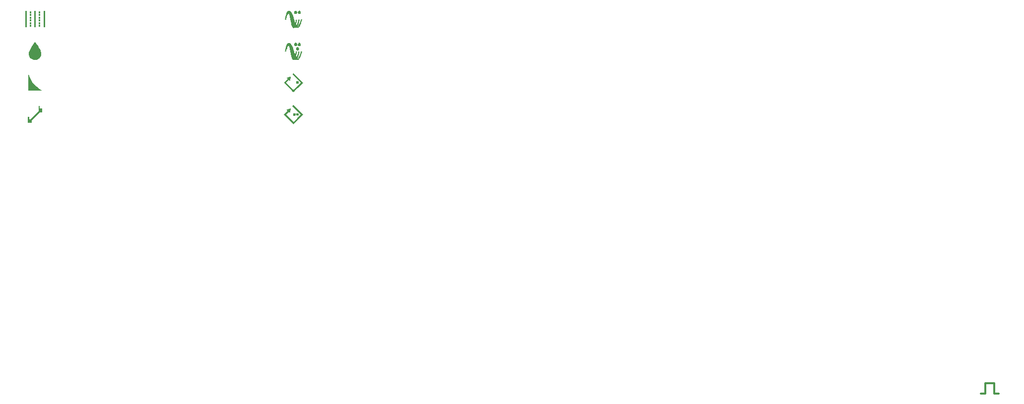
<source format=gbr>
%TF.GenerationSoftware,KiCad,Pcbnew,(6.0.10)*%
%TF.CreationDate,2023-02-08T13:12:10+00:00*%
%TF.ProjectId,frontpanel(1),66726f6e-7470-4616-9e65-6c2831292e6b,rev?*%
%TF.SameCoordinates,Original*%
%TF.FileFunction,Soldermask,Bot*%
%TF.FilePolarity,Negative*%
%FSLAX46Y46*%
G04 Gerber Fmt 4.6, Leading zero omitted, Abs format (unit mm)*
G04 Created by KiCad (PCBNEW (6.0.10)) date 2023-02-08 13:12:10*
%MOMM*%
%LPD*%
G01*
G04 APERTURE LIST*
%ADD10C,0.300000*%
G04 APERTURE END LIST*
D10*
X237947200Y-122986800D02*
X237947200Y-121208800D01*
X237185200Y-122986800D02*
X237947200Y-122986800D01*
X239471200Y-121208800D02*
X239471200Y-122986800D01*
X239471200Y-122986800D02*
X240233200Y-122986800D01*
X237947200Y-121208800D02*
X239471200Y-121208800D01*
%TO.C,G\u002A\u002A\u002A*%
G36*
X75103691Y-59826511D02*
G01*
X74853650Y-59826511D01*
X74853650Y-59493123D01*
X75103691Y-59493123D01*
X75103691Y-59826511D01*
G37*
G36*
X75103691Y-57972041D02*
G01*
X74853650Y-57972041D01*
X74853650Y-57638653D01*
X75103691Y-57638653D01*
X75103691Y-57972041D01*
G37*
G36*
X76666448Y-59368103D02*
G01*
X76416407Y-59368103D01*
X76416407Y-59034715D01*
X76666448Y-59034715D01*
X76666448Y-59368103D01*
G37*
G36*
X76656029Y-58565888D02*
G01*
X76668201Y-58888858D01*
X76416407Y-58888858D01*
X76416407Y-58553390D01*
X76656029Y-58565888D01*
G37*
G36*
X74332732Y-60326593D02*
G01*
X74082691Y-60326593D01*
X74082691Y-57555306D01*
X74332732Y-57555306D01*
X74332732Y-60326593D01*
G37*
G36*
X76666448Y-59826511D02*
G01*
X76416407Y-59826511D01*
X76416407Y-59493123D01*
X76666448Y-59493123D01*
X76666448Y-59826511D01*
G37*
G36*
X75103691Y-59368103D02*
G01*
X74853650Y-59368103D01*
X74853650Y-59034715D01*
X75103691Y-59034715D01*
X75103691Y-59368103D01*
G37*
G36*
X76666448Y-58430449D02*
G01*
X76416407Y-58430449D01*
X76416407Y-58097061D01*
X76666448Y-58097061D01*
X76666448Y-58430449D01*
G37*
G36*
X76666448Y-60284920D02*
G01*
X76416407Y-60284920D01*
X76416407Y-59951532D01*
X76666448Y-59951532D01*
X76666448Y-60284920D01*
G37*
G36*
X76666448Y-57972041D02*
G01*
X76416407Y-57972041D01*
X76416407Y-57638653D01*
X76666448Y-57638653D01*
X76666448Y-57972041D01*
G37*
G36*
X75895488Y-60326593D02*
G01*
X75624610Y-60326593D01*
X75624610Y-57555306D01*
X75895488Y-57555306D01*
X75895488Y-60326593D01*
G37*
G36*
X77437407Y-60326593D02*
G01*
X77187366Y-60326593D01*
X77187366Y-57555306D01*
X77437407Y-57555306D01*
X77437407Y-60326593D01*
G37*
G36*
X75103691Y-58888858D02*
G01*
X74851897Y-58888858D01*
X74864069Y-58565888D01*
X75103691Y-58553390D01*
X75103691Y-58888858D01*
G37*
G36*
X75103691Y-58430449D02*
G01*
X74853650Y-58430449D01*
X74853650Y-58097061D01*
X75103691Y-58097061D01*
X75103691Y-58430449D01*
G37*
G36*
X75103691Y-60284920D02*
G01*
X74853650Y-60284920D01*
X74853650Y-59951532D01*
X75103691Y-59951532D01*
X75103691Y-60284920D01*
G37*
G36*
X74660827Y-68496682D02*
G01*
X74687524Y-68503428D01*
X74708069Y-68525220D01*
X74728367Y-68570388D01*
X74754327Y-68647261D01*
X74776116Y-68712610D01*
X74917137Y-69059971D01*
X75097166Y-69398814D01*
X75314146Y-69725617D01*
X75566021Y-70036860D01*
X75669806Y-70147741D01*
X75844297Y-70316516D01*
X76050497Y-70499173D01*
X76285189Y-70692891D01*
X76545154Y-70894851D01*
X76928234Y-71184270D01*
X74588898Y-71184270D01*
X74588898Y-68496330D01*
X74647307Y-68496330D01*
X74660827Y-68496682D01*
G37*
G36*
X121494297Y-75279650D02*
G01*
X120681831Y-76092317D01*
X120586380Y-76187719D01*
X120439640Y-76334085D01*
X120303445Y-76469574D01*
X120180494Y-76591523D01*
X120073481Y-76697269D01*
X119985103Y-76784151D01*
X119918058Y-76849505D01*
X119875040Y-76890670D01*
X119858747Y-76904984D01*
X119850815Y-76898392D01*
X119816181Y-76865645D01*
X119756614Y-76807818D01*
X119674794Y-76727555D01*
X119573400Y-76627504D01*
X119455112Y-76510311D01*
X119322609Y-76378620D01*
X119178571Y-76235079D01*
X119025677Y-76082334D01*
X118203225Y-75259684D01*
X118525694Y-74948775D01*
X118848163Y-74637867D01*
X118755990Y-74542791D01*
X118705781Y-74486942D01*
X118685495Y-74452742D01*
X118693479Y-74437036D01*
X118712507Y-74430400D01*
X118776216Y-74409444D01*
X118861206Y-74382540D01*
X118959846Y-74351987D01*
X119064505Y-74320085D01*
X119167551Y-74289133D01*
X119261352Y-74261431D01*
X119338276Y-74239279D01*
X119390694Y-74224977D01*
X119410972Y-74220824D01*
X119411213Y-74223258D01*
X119406352Y-74255024D01*
X119394105Y-74317138D01*
X119376245Y-74401752D01*
X119354543Y-74501018D01*
X119330772Y-74607089D01*
X119306706Y-74712116D01*
X119284117Y-74808250D01*
X119264776Y-74887645D01*
X119250457Y-74942452D01*
X119242933Y-74964822D01*
X119231479Y-74961010D01*
X119196642Y-74936061D01*
X119148264Y-74894880D01*
X119061784Y-74816750D01*
X118608228Y-75268900D01*
X119233487Y-75894158D01*
X119858745Y-76519417D01*
X120478560Y-75899602D01*
X121098376Y-75279787D01*
X120379780Y-74560964D01*
X119661184Y-73842142D01*
X119760086Y-73743241D01*
X119858987Y-73644340D01*
X121494297Y-75279650D01*
G37*
G36*
X120212971Y-75244989D02*
G01*
X120212575Y-75291411D01*
X120209862Y-75370362D01*
X120205141Y-75427684D01*
X120199079Y-75453357D01*
X120190254Y-75456644D01*
X120146823Y-75462090D01*
X120076969Y-75465847D01*
X119990712Y-75467248D01*
X119796236Y-75467248D01*
X119796236Y-75050513D01*
X120212971Y-75050513D01*
X120212971Y-75244989D01*
G37*
G36*
X120754726Y-75244989D02*
G01*
X120754312Y-75291327D01*
X120751463Y-75370464D01*
X120746502Y-75428063D01*
X120740131Y-75454061D01*
X120730021Y-75457546D01*
X120685023Y-75461990D01*
X120613896Y-75463857D01*
X120526554Y-75462743D01*
X120327573Y-75456829D01*
X120315645Y-75050513D01*
X120754726Y-75050513D01*
X120754726Y-75244989D01*
G37*
G36*
X121494297Y-69829650D02*
G01*
X120681831Y-70642317D01*
X120586380Y-70737719D01*
X120439640Y-70884085D01*
X120303445Y-71019574D01*
X120180494Y-71141523D01*
X120073481Y-71247269D01*
X119985103Y-71334151D01*
X119918058Y-71399505D01*
X119875040Y-71440670D01*
X119858747Y-71454984D01*
X119850815Y-71448392D01*
X119816181Y-71415645D01*
X119756614Y-71357818D01*
X119674794Y-71277555D01*
X119573400Y-71177504D01*
X119455112Y-71060311D01*
X119322609Y-70928620D01*
X119178571Y-70785079D01*
X119025677Y-70632334D01*
X118203225Y-69809684D01*
X118525694Y-69498775D01*
X118848163Y-69187867D01*
X118755990Y-69092791D01*
X118705781Y-69036942D01*
X118685495Y-69002742D01*
X118693479Y-68987036D01*
X118712507Y-68980400D01*
X118776216Y-68959444D01*
X118861206Y-68932540D01*
X118959846Y-68901987D01*
X119064505Y-68870085D01*
X119167551Y-68839133D01*
X119261352Y-68811431D01*
X119338276Y-68789279D01*
X119390694Y-68774977D01*
X119410972Y-68770824D01*
X119411213Y-68773258D01*
X119406352Y-68805024D01*
X119394105Y-68867138D01*
X119376245Y-68951752D01*
X119354543Y-69051018D01*
X119330772Y-69157089D01*
X119306706Y-69262116D01*
X119284117Y-69358250D01*
X119264776Y-69437645D01*
X119250457Y-69492452D01*
X119242933Y-69514822D01*
X119231479Y-69511010D01*
X119196642Y-69486061D01*
X119148264Y-69444880D01*
X119061784Y-69366750D01*
X118608228Y-69818900D01*
X119233487Y-70444158D01*
X119858745Y-71069417D01*
X120478560Y-70449602D01*
X121098376Y-69829787D01*
X120379780Y-69110964D01*
X119661184Y-68392142D01*
X119760086Y-68293241D01*
X119858987Y-68194340D01*
X121494297Y-69829650D01*
G37*
G36*
X120754726Y-69794989D02*
G01*
X120754312Y-69841327D01*
X120751463Y-69920464D01*
X120746502Y-69978063D01*
X120740131Y-70004061D01*
X120730021Y-70007546D01*
X120685023Y-70011990D01*
X120613896Y-70013857D01*
X120526554Y-70012743D01*
X120327573Y-70006829D01*
X120315645Y-69600513D01*
X120754726Y-69600513D01*
X120754726Y-69794989D01*
G37*
G36*
X120311745Y-60000640D02*
G01*
X120322712Y-60023813D01*
X120346923Y-60067119D01*
X120362644Y-60084299D01*
X120370669Y-60078376D01*
X120392401Y-60039376D01*
X120421758Y-59968705D01*
X120456903Y-59871958D01*
X120496000Y-59754730D01*
X120537212Y-59622617D01*
X120578704Y-59481213D01*
X120618640Y-59336113D01*
X120655182Y-59192912D01*
X120660413Y-59171660D01*
X120683073Y-59086999D01*
X120701434Y-59035794D01*
X120718260Y-59011771D01*
X120736314Y-59008654D01*
X120772165Y-59017629D01*
X120827595Y-59030503D01*
X120866987Y-59046374D01*
X120884896Y-59069050D01*
X120884259Y-59081242D01*
X120873836Y-59144328D01*
X120852349Y-59237137D01*
X120822025Y-59352356D01*
X120785089Y-59482674D01*
X120743765Y-59620777D01*
X120700279Y-59759352D01*
X120656858Y-59891087D01*
X120615725Y-60008668D01*
X120579106Y-60104782D01*
X120549227Y-60172117D01*
X120536517Y-60197310D01*
X120520933Y-60233949D01*
X120524522Y-60248436D01*
X120546997Y-60250993D01*
X120584008Y-60241677D01*
X120643697Y-60195171D01*
X120708355Y-60111892D01*
X120776691Y-59994393D01*
X120847417Y-59845226D01*
X120919243Y-59666945D01*
X120990880Y-59462103D01*
X121061037Y-59233253D01*
X121062351Y-59228693D01*
X121090074Y-59136265D01*
X121114604Y-59061245D01*
X121133324Y-59011226D01*
X121143615Y-58993798D01*
X121148041Y-58994808D01*
X121183951Y-59001596D01*
X121239422Y-59011257D01*
X121258168Y-59014867D01*
X121304091Y-59028586D01*
X121322468Y-59042391D01*
X121321405Y-59051669D01*
X121310506Y-59098872D01*
X121289838Y-59174167D01*
X121261904Y-59269437D01*
X121229206Y-59376565D01*
X121194246Y-59487436D01*
X121159526Y-59593931D01*
X121127549Y-59687934D01*
X121100818Y-59761329D01*
X121070859Y-59835383D01*
X121020078Y-59949883D01*
X120965412Y-60063056D01*
X120911634Y-60165532D01*
X120863519Y-60247945D01*
X120853446Y-60262109D01*
X120825840Y-60300926D01*
X120733556Y-60385902D01*
X120633627Y-60439663D01*
X120534222Y-60457166D01*
X120440775Y-60436495D01*
X120429020Y-60431604D01*
X120382185Y-60425932D01*
X120326227Y-60446913D01*
X120269072Y-60470694D01*
X120192713Y-60476508D01*
X120111007Y-60447427D01*
X120074993Y-60430630D01*
X120042182Y-60426633D01*
X120013067Y-60444708D01*
X119988722Y-60463242D01*
X119947243Y-60486252D01*
X119881234Y-60496431D01*
X119804129Y-60471188D01*
X119730694Y-60405759D01*
X119662157Y-60300941D01*
X119648398Y-60274185D01*
X119612946Y-60197379D01*
X119578815Y-60110185D01*
X119545004Y-60008761D01*
X119510507Y-59889264D01*
X119474320Y-59747851D01*
X119435441Y-59580680D01*
X119392864Y-59383907D01*
X119373658Y-59290386D01*
X119575726Y-59290386D01*
X119582450Y-59337427D01*
X119598621Y-59420638D01*
X119624403Y-59539080D01*
X119660818Y-59690562D01*
X119703379Y-59847980D01*
X119746543Y-59989709D01*
X119787722Y-60107293D01*
X119824328Y-60192278D01*
X119833024Y-60208835D01*
X119861245Y-60255864D01*
X119881528Y-60280268D01*
X119903650Y-60286924D01*
X119908830Y-60264490D01*
X119897191Y-60224690D01*
X120168461Y-60224690D01*
X120168633Y-60255207D01*
X120175329Y-60261892D01*
X120184160Y-60264490D01*
X120209108Y-60271830D01*
X120215629Y-60271607D01*
X120228638Y-60262109D01*
X120213804Y-60230987D01*
X120192636Y-60206747D01*
X120173329Y-60214365D01*
X120168461Y-60224690D01*
X119897191Y-60224690D01*
X119892598Y-60208986D01*
X119854753Y-60119192D01*
X119825099Y-60051735D01*
X119777877Y-59932957D01*
X119732928Y-59802949D01*
X119686924Y-59651805D01*
X119636536Y-59469615D01*
X119610596Y-59375673D01*
X119589963Y-59308570D01*
X119578285Y-59280454D01*
X119575726Y-59290386D01*
X119373658Y-59290386D01*
X119354370Y-59196461D01*
X119554618Y-59196461D01*
X119559592Y-59224349D01*
X119566705Y-59224026D01*
X119570536Y-59197001D01*
X119567199Y-59176519D01*
X119557947Y-59184412D01*
X119554618Y-59196461D01*
X119354370Y-59196461D01*
X119345587Y-59153690D01*
X119333424Y-59092277D01*
X119533781Y-59092277D01*
X119538755Y-59120165D01*
X119545868Y-59119842D01*
X119549699Y-59092817D01*
X119546363Y-59072335D01*
X119537110Y-59080228D01*
X119533781Y-59092277D01*
X119333424Y-59092277D01*
X119313157Y-58989951D01*
X119514123Y-58989951D01*
X119516616Y-59014679D01*
X119522884Y-59017939D01*
X119530508Y-59000788D01*
X119529004Y-58989757D01*
X119516616Y-58986897D01*
X119514123Y-58989951D01*
X119313157Y-58989951D01*
X119292606Y-58886186D01*
X119284950Y-58848385D01*
X119698506Y-58848385D01*
X119703367Y-58886402D01*
X119717765Y-58956854D01*
X119727906Y-59000788D01*
X119739821Y-59052405D01*
X119749748Y-59092817D01*
X119767657Y-59165722D01*
X119775679Y-59197001D01*
X119799393Y-59289472D01*
X119833149Y-59416322D01*
X119867048Y-59538938D01*
X119899209Y-59649987D01*
X119927753Y-59742135D01*
X119933989Y-59761124D01*
X119966678Y-59854948D01*
X119996279Y-59931128D01*
X120019751Y-59982263D01*
X120034055Y-60000952D01*
X120046198Y-59992181D01*
X120046953Y-59959148D01*
X120033190Y-59898292D01*
X120004108Y-59806192D01*
X119958908Y-59679429D01*
X119949023Y-59652046D01*
X119912718Y-59545213D01*
X119871414Y-59416391D01*
X119829474Y-59279408D01*
X119791261Y-59148092D01*
X119769277Y-59070896D01*
X119741478Y-58975993D01*
X119719178Y-58903120D01*
X119704242Y-58858323D01*
X119698537Y-58847647D01*
X119698506Y-58848385D01*
X119284950Y-58848385D01*
X119271419Y-58781583D01*
X119680817Y-58781583D01*
X119683310Y-58806312D01*
X119689578Y-58809571D01*
X119697202Y-58792420D01*
X119695698Y-58781389D01*
X119683310Y-58778529D01*
X119680817Y-58781583D01*
X119271419Y-58781583D01*
X119254537Y-58698236D01*
X119659980Y-58698236D01*
X119662474Y-58722965D01*
X119668741Y-58726224D01*
X119676365Y-58709073D01*
X119674861Y-58698042D01*
X119662474Y-58695182D01*
X119659980Y-58698236D01*
X119254537Y-58698236D01*
X119244172Y-58647064D01*
X119193389Y-58417838D01*
X119145952Y-58228080D01*
X119101591Y-58076720D01*
X119060036Y-57962688D01*
X119027806Y-57886022D01*
X118977089Y-57969369D01*
X118943068Y-58030356D01*
X118881882Y-58160765D01*
X118816579Y-58322918D01*
X118749412Y-58511073D01*
X118682634Y-58719492D01*
X118663223Y-58783133D01*
X118632290Y-58883502D01*
X118606663Y-58965346D01*
X118588581Y-59021538D01*
X118580284Y-59044955D01*
X118565207Y-59049141D01*
X118522377Y-59046883D01*
X118468195Y-59038501D01*
X118418902Y-59026649D01*
X118390734Y-59013981D01*
X118389513Y-59012407D01*
X118386637Y-58997109D01*
X118389152Y-58965843D01*
X118397900Y-58914545D01*
X118413721Y-58839152D01*
X118437456Y-58735601D01*
X118469944Y-58599831D01*
X118512028Y-58427777D01*
X118539471Y-58319110D01*
X118594590Y-58119895D01*
X118647122Y-57957912D01*
X118698152Y-57830292D01*
X118748766Y-57734168D01*
X118800049Y-57666672D01*
X118825283Y-57641160D01*
X118861310Y-57611849D01*
X118901390Y-57594195D01*
X118958038Y-57583494D01*
X119043772Y-57575039D01*
X119117836Y-57570385D01*
X119217242Y-57574393D01*
X119296092Y-57596910D01*
X119366569Y-57642218D01*
X119440857Y-57714599D01*
X119450006Y-57724751D01*
X119518675Y-57814205D01*
X119586017Y-57926793D01*
X119653274Y-58065530D01*
X119721686Y-58233430D01*
X119792495Y-58433508D01*
X119866941Y-58668779D01*
X119878629Y-58709073D01*
X119902804Y-58792420D01*
X119946265Y-58942257D01*
X119958112Y-58984467D01*
X119996798Y-59120832D01*
X120033575Y-59248387D01*
X120066146Y-59359292D01*
X120092217Y-59445707D01*
X120109492Y-59499792D01*
X120148436Y-59613316D01*
X120193054Y-59395608D01*
X120205997Y-59331940D01*
X120225379Y-59234733D01*
X120241376Y-59152318D01*
X120251439Y-59097699D01*
X120254224Y-59081931D01*
X120266050Y-59039076D01*
X120286747Y-59025107D01*
X120327615Y-59029980D01*
X120378267Y-59038540D01*
X120418674Y-59042461D01*
X120429946Y-59045289D01*
X120441341Y-59062406D01*
X120444987Y-59098177D01*
X120440381Y-59156203D01*
X120427022Y-59240085D01*
X120404408Y-59353425D01*
X120372036Y-59499823D01*
X120329404Y-59682880D01*
X120309868Y-59766241D01*
X120293734Y-59841522D01*
X120286377Y-59893196D01*
X120287275Y-59930669D01*
X120294796Y-59959148D01*
X120295906Y-59963349D01*
X120311745Y-60000640D01*
G37*
G36*
X120326768Y-57523008D02*
G01*
X120386430Y-57554095D01*
X120432722Y-57606225D01*
X120477863Y-57697763D01*
X120493418Y-57796188D01*
X120480907Y-57893043D01*
X120441850Y-57979871D01*
X120377768Y-58048212D01*
X120290181Y-58089608D01*
X120275378Y-58093318D01*
X120233655Y-58100703D01*
X120198693Y-58095669D01*
X120148021Y-58076077D01*
X120068267Y-58025540D01*
X120008488Y-57947872D01*
X119977912Y-57854957D01*
X119977813Y-57755492D01*
X120009465Y-57658174D01*
X120074142Y-57571698D01*
X120119694Y-57534638D01*
X120169375Y-57516163D01*
X120239836Y-57512471D01*
X120326768Y-57523008D01*
G37*
G36*
X120878292Y-57503607D02*
G01*
X120952324Y-57530979D01*
X121023761Y-57578079D01*
X121074809Y-57634313D01*
X121103234Y-57702372D01*
X121112462Y-57798268D01*
X121094827Y-57895160D01*
X121053870Y-57982874D01*
X120993131Y-58051241D01*
X120916152Y-58090088D01*
X120827258Y-58094697D01*
X120744261Y-58065654D01*
X120675361Y-58009055D01*
X120625083Y-57931929D01*
X120597956Y-57841306D01*
X120598504Y-57744214D01*
X120631256Y-57647684D01*
X120652074Y-57616575D01*
X120712034Y-57559195D01*
X120783334Y-57516976D01*
X120850167Y-57500542D01*
X120878292Y-57503607D01*
G37*
G36*
X120965484Y-63027379D02*
G01*
X120987171Y-63039977D01*
X121055571Y-63105885D01*
X121095880Y-63190226D01*
X121109024Y-63284085D01*
X121095929Y-63378548D01*
X121057520Y-63464699D01*
X120994724Y-63533626D01*
X120908465Y-63576413D01*
X120894412Y-63579778D01*
X120803662Y-63579398D01*
X120720420Y-63544657D01*
X120651960Y-63481888D01*
X120605551Y-63397427D01*
X120588466Y-63297610D01*
X120599203Y-63209241D01*
X120638830Y-63117012D01*
X120701634Y-63048150D01*
X120781254Y-63007216D01*
X120871325Y-62998772D01*
X120965484Y-63027379D01*
G37*
G36*
X120636733Y-63752712D02*
G01*
X120711297Y-63800679D01*
X120766189Y-63875008D01*
X120793555Y-63963883D01*
X120793505Y-64058663D01*
X120766147Y-64150706D01*
X120711590Y-64231372D01*
X120629942Y-64292020D01*
X120618256Y-64297585D01*
X120564270Y-64316491D01*
X120526174Y-64319719D01*
X120500072Y-64312483D01*
X120448733Y-64297948D01*
X120442574Y-64295813D01*
X120396827Y-64267215D01*
X120350588Y-64222753D01*
X120338764Y-64207840D01*
X120292883Y-64119243D01*
X120278646Y-64026736D01*
X120292108Y-63936804D01*
X120329321Y-63855931D01*
X120386337Y-63790601D01*
X120459210Y-63747299D01*
X120543991Y-63732508D01*
X120636733Y-63752712D01*
G37*
G36*
X119966158Y-64515076D02*
G01*
X119999342Y-64630462D01*
X120037406Y-64760931D01*
X120071073Y-64874294D01*
X120098614Y-64964800D01*
X120118298Y-65026699D01*
X120128396Y-65054241D01*
X120135667Y-65065939D01*
X120142226Y-65068503D01*
X120149367Y-65056344D01*
X120158588Y-65024228D01*
X120171381Y-64966924D01*
X120189244Y-64879197D01*
X120213671Y-64755817D01*
X120230364Y-64674852D01*
X120248500Y-64595035D01*
X120263299Y-64538598D01*
X120272615Y-64514336D01*
X120278403Y-64511927D01*
X120315969Y-64511629D01*
X120372215Y-64520243D01*
X120458096Y-64538426D01*
X120438332Y-64636703D01*
X120433255Y-64661390D01*
X120417963Y-64733664D01*
X120396879Y-64831766D01*
X120372090Y-64946014D01*
X120345683Y-65066721D01*
X120322116Y-65174636D01*
X120302439Y-65269065D01*
X120290612Y-65336286D01*
X120285983Y-65383557D01*
X120287901Y-65418136D01*
X120295539Y-65446621D01*
X120295716Y-65447280D01*
X120308776Y-65478247D01*
X120318060Y-65497822D01*
X120342708Y-65540864D01*
X120359660Y-65558032D01*
X120362367Y-65556934D01*
X120380022Y-65529435D01*
X120406045Y-65469881D01*
X120438304Y-65384862D01*
X120474670Y-65280968D01*
X120513010Y-65164789D01*
X120551192Y-65042915D01*
X120587086Y-64921936D01*
X120618560Y-64808441D01*
X120643484Y-64709021D01*
X120659724Y-64630265D01*
X120662577Y-64614561D01*
X120676383Y-64556796D01*
X120690190Y-64520174D01*
X120715867Y-64505821D01*
X120764126Y-64503175D01*
X120818099Y-64511715D01*
X120862035Y-64528816D01*
X120880180Y-64551850D01*
X120879806Y-64560820D01*
X120870419Y-64620975D01*
X120850078Y-64711075D01*
X120821025Y-64823504D01*
X120785500Y-64950646D01*
X120745744Y-65084888D01*
X120703999Y-65218613D01*
X120662505Y-65344206D01*
X120623503Y-65454052D01*
X120589235Y-65540536D01*
X120563838Y-65600245D01*
X120538512Y-65664741D01*
X120528247Y-65702526D01*
X120531498Y-65720291D01*
X120546721Y-65724726D01*
X120547138Y-65724724D01*
X120590414Y-65706224D01*
X120644436Y-65656088D01*
X120703882Y-65581024D01*
X120763430Y-65487743D01*
X120817757Y-65382956D01*
X120820626Y-65376684D01*
X120861584Y-65279206D01*
X120909445Y-65153812D01*
X120960263Y-65011825D01*
X121010086Y-64864568D01*
X121054968Y-64723366D01*
X121090958Y-64599542D01*
X121098996Y-64571530D01*
X121117166Y-64517769D01*
X121131084Y-64488632D01*
X121155750Y-64484242D01*
X121202739Y-64489367D01*
X121256019Y-64500728D01*
X121299665Y-64514923D01*
X121317752Y-64528545D01*
X121315584Y-64548148D01*
X121301377Y-64610148D01*
X121276025Y-64699727D01*
X121242004Y-64809570D01*
X121201789Y-64932360D01*
X121157853Y-65060784D01*
X121112671Y-65187526D01*
X121068718Y-65305269D01*
X121028467Y-65406699D01*
X120994394Y-65484501D01*
X120917286Y-65629502D01*
X120843043Y-65735842D01*
X120832237Y-65751320D01*
X120824117Y-65762951D01*
X120727941Y-65858615D01*
X120630023Y-65915534D01*
X120531629Y-65932749D01*
X120434024Y-65909301D01*
X120422946Y-65904556D01*
X120377513Y-65897543D01*
X120329593Y-65919720D01*
X120265496Y-65946567D01*
X120178261Y-65949985D01*
X120098682Y-65920681D01*
X120062732Y-65900866D01*
X120033083Y-65903081D01*
X119992422Y-65931099D01*
X119952417Y-65956779D01*
X119877669Y-65973500D01*
X119804095Y-65949194D01*
X119732097Y-65884282D01*
X119662081Y-65779183D01*
X119594450Y-65634318D01*
X119529610Y-65450107D01*
X119524889Y-65434784D01*
X119498678Y-65344543D01*
X119472197Y-65243627D01*
X119444319Y-65126970D01*
X119413917Y-64989505D01*
X119379862Y-64826165D01*
X119346041Y-64656961D01*
X119551862Y-64656961D01*
X119552612Y-64695517D01*
X119563445Y-64766236D01*
X119582546Y-64861894D01*
X119608101Y-64975268D01*
X119638293Y-65099134D01*
X119671309Y-65226268D01*
X119705333Y-65349449D01*
X119738551Y-65461451D01*
X119769147Y-65555052D01*
X119795307Y-65623029D01*
X119810500Y-65655396D01*
X119848172Y-65719459D01*
X119881424Y-65754146D01*
X119905955Y-65754353D01*
X119906896Y-65751320D01*
X119899786Y-65719676D01*
X119891937Y-65698424D01*
X120163745Y-65698424D01*
X120163917Y-65728941D01*
X120170613Y-65735625D01*
X120204392Y-65745563D01*
X120210913Y-65745340D01*
X120223922Y-65735842D01*
X120209088Y-65704721D01*
X120187920Y-65680481D01*
X120168613Y-65688098D01*
X120163745Y-65698424D01*
X119891937Y-65698424D01*
X119878861Y-65663016D01*
X119847603Y-65591081D01*
X119824178Y-65536138D01*
X119783395Y-65427422D01*
X119738545Y-65296040D01*
X119692988Y-65152680D01*
X119650083Y-65008032D01*
X119613188Y-64872785D01*
X119585664Y-64757628D01*
X119572308Y-64701721D01*
X119559742Y-64662586D01*
X119552241Y-64655633D01*
X119551862Y-64656961D01*
X119346041Y-64656961D01*
X119341028Y-64631883D01*
X119332278Y-64586847D01*
X119529065Y-64586847D01*
X119534039Y-64614735D01*
X119541152Y-64614412D01*
X119544983Y-64587387D01*
X119541647Y-64566905D01*
X119532394Y-64574798D01*
X119529065Y-64586847D01*
X119332278Y-64586847D01*
X119312479Y-64484940D01*
X119504955Y-64484940D01*
X119515373Y-64495358D01*
X119525792Y-64484940D01*
X119515373Y-64474521D01*
X119504955Y-64484940D01*
X119312479Y-64484940D01*
X119296286Y-64401593D01*
X119286435Y-64351367D01*
X119697150Y-64351367D01*
X119704844Y-64401046D01*
X119721345Y-64479473D01*
X119722627Y-64484940D01*
X119744959Y-64580176D01*
X119746756Y-64587387D01*
X119773994Y-64696686D01*
X119806756Y-64822531D01*
X119841551Y-64951240D01*
X119876686Y-65076342D01*
X119910468Y-65191365D01*
X119941204Y-65289839D01*
X119967200Y-65365292D01*
X119985870Y-65410626D01*
X120010128Y-65456796D01*
X120027371Y-65474685D01*
X120033734Y-65474047D01*
X120042239Y-65466642D01*
X120043165Y-65446621D01*
X120035235Y-65408654D01*
X120017169Y-65347413D01*
X119987686Y-65257570D01*
X119945507Y-65133795D01*
X119943501Y-65127944D01*
X119899067Y-64994082D01*
X119852588Y-64847238D01*
X119809458Y-64704807D01*
X119775071Y-64584184D01*
X119771038Y-64569391D01*
X119744836Y-64476305D01*
X119722436Y-64401681D01*
X119706102Y-64352799D01*
X119698102Y-64336939D01*
X119697150Y-64351367D01*
X119286435Y-64351367D01*
X119277584Y-64306236D01*
X119270915Y-64274296D01*
X119674923Y-64274296D01*
X119679897Y-64302184D01*
X119687010Y-64301861D01*
X119690841Y-64274836D01*
X119687504Y-64254354D01*
X119678252Y-64262247D01*
X119674923Y-64274296D01*
X119270915Y-64274296D01*
X119253899Y-64192806D01*
X119655264Y-64192806D01*
X119657758Y-64217535D01*
X119664025Y-64220794D01*
X119671649Y-64203643D01*
X119670145Y-64192612D01*
X119657758Y-64189752D01*
X119655264Y-64192806D01*
X119253899Y-64192806D01*
X119235781Y-64106037D01*
X119194352Y-63924329D01*
X119154234Y-63764341D01*
X119116367Y-63629302D01*
X119081689Y-63522440D01*
X119051136Y-63446984D01*
X119025649Y-63406162D01*
X119006164Y-63403202D01*
X118994979Y-63416965D01*
X118958570Y-63478007D01*
X118913984Y-63569897D01*
X118863797Y-63686018D01*
X118810582Y-63819752D01*
X118756914Y-63964481D01*
X118705368Y-64113587D01*
X118658520Y-64260453D01*
X118618942Y-64398462D01*
X118580827Y-64541189D01*
X118497914Y-64527930D01*
X118461896Y-64521733D01*
X118409961Y-64508135D01*
X118385741Y-64489920D01*
X118379770Y-64461790D01*
X118382206Y-64439812D01*
X118394135Y-64378071D01*
X118414346Y-64288149D01*
X118440988Y-64177190D01*
X118472209Y-64052341D01*
X118506155Y-63920748D01*
X118540976Y-63789556D01*
X118574818Y-63665911D01*
X118605830Y-63556959D01*
X118632159Y-63469845D01*
X118651953Y-63411717D01*
X118655073Y-63403752D01*
X118695639Y-63314259D01*
X118742424Y-63229783D01*
X118785922Y-63167646D01*
X118791336Y-63161327D01*
X118826031Y-63123086D01*
X118857359Y-63098994D01*
X118896552Y-63084718D01*
X118954837Y-63075927D01*
X119043444Y-63068286D01*
X119144614Y-63062731D01*
X119227484Y-63067506D01*
X119293281Y-63087482D01*
X119354497Y-63126621D01*
X119423624Y-63188885D01*
X119447139Y-63214537D01*
X119506233Y-63296745D01*
X119570942Y-63406641D01*
X119636835Y-63535795D01*
X119699480Y-63675779D01*
X119754447Y-63818163D01*
X119768295Y-63858926D01*
X119798554Y-63953164D01*
X119835988Y-64074190D01*
X119875042Y-64203643D01*
X119878080Y-64213712D01*
X119896136Y-64274836D01*
X119922309Y-64363438D01*
X119966158Y-64515076D01*
G37*
G36*
X120308497Y-63008381D02*
G01*
X120387441Y-63054828D01*
X120426349Y-63096912D01*
X120471078Y-63184326D01*
X120486524Y-63280662D01*
X120474385Y-63376910D01*
X120436358Y-63464067D01*
X120374139Y-63533123D01*
X120289425Y-63575074D01*
X120275636Y-63578365D01*
X120180484Y-63579412D01*
X120096534Y-63542857D01*
X120028639Y-63471935D01*
X119981651Y-63369882D01*
X119969714Y-63304831D01*
X119978748Y-63211311D01*
X120015120Y-63128941D01*
X120072556Y-63062591D01*
X120144780Y-63017134D01*
X120225519Y-62997439D01*
X120308497Y-63008381D01*
G37*
G36*
X75763717Y-62834351D02*
G01*
X75793115Y-62870922D01*
X75843112Y-62941514D01*
X75909492Y-63039562D01*
X75988043Y-63158501D01*
X76074551Y-63291765D01*
X76164802Y-63432789D01*
X76254584Y-63575007D01*
X76339681Y-63711854D01*
X76415881Y-63836765D01*
X76478970Y-63943173D01*
X76524734Y-64024515D01*
X76592462Y-64157262D01*
X76671292Y-64329125D01*
X76738863Y-64495877D01*
X76791579Y-64647833D01*
X76825845Y-64775307D01*
X76838066Y-64868612D01*
X76833930Y-64962481D01*
X76790504Y-65183495D01*
X76703516Y-65387734D01*
X76577597Y-65569306D01*
X76417378Y-65722316D01*
X76227490Y-65840870D01*
X76012566Y-65919074D01*
X76008591Y-65920053D01*
X75786655Y-65949885D01*
X75570781Y-65933213D01*
X75366323Y-65874254D01*
X75178633Y-65777224D01*
X75013064Y-65646341D01*
X74874970Y-65485821D01*
X74769703Y-65299882D01*
X74702618Y-65092740D01*
X74679066Y-64868612D01*
X74686741Y-64798230D01*
X74716642Y-64677180D01*
X74765754Y-64529597D01*
X74830481Y-64365168D01*
X74907227Y-64193578D01*
X74992399Y-64024515D01*
X75008980Y-63994290D01*
X75062430Y-63901770D01*
X75131460Y-63786903D01*
X75211856Y-63656252D01*
X75299405Y-63516384D01*
X75389892Y-63373864D01*
X75479104Y-63235258D01*
X75562828Y-63107130D01*
X75636850Y-62996046D01*
X75696956Y-62908572D01*
X75738933Y-62851273D01*
X75758566Y-62830715D01*
X75763717Y-62834351D01*
G37*
G36*
X76550420Y-74269934D02*
G01*
X76987991Y-74269934D01*
X76987991Y-74915873D01*
X76581901Y-74915873D01*
X75878548Y-75618999D01*
X75175194Y-76322124D01*
X75175194Y-76728670D01*
X74529255Y-76728670D01*
X74529255Y-75645159D01*
X74737622Y-75645159D01*
X74737622Y-76082731D01*
X74956178Y-76082731D01*
X75649115Y-75390026D01*
X76342052Y-74697320D01*
X76342052Y-73853199D01*
X76550420Y-73853199D01*
X76550420Y-74269934D01*
G37*
%TD*%
M02*

</source>
